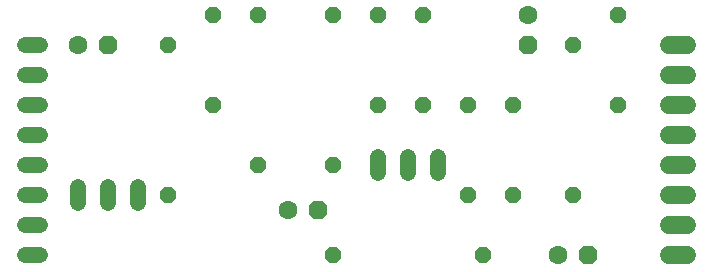
<source format=gbr>
G04 EAGLE Gerber X2 export*
G04 #@! %TF.Part,Single*
G04 #@! %TF.FileFunction,Copper,L1,Top,Mixed*
G04 #@! %TF.FilePolarity,Positive*
G04 #@! %TF.GenerationSoftware,Autodesk,EAGLE,9.0.0*
G04 #@! %TF.CreationDate,2019-08-08T19:18:26Z*
G75*
%MOMM*%
%FSLAX34Y34*%
%LPD*%
%AMOC8*
5,1,8,0,0,1.08239X$1,22.5*%
G01*
%ADD10P,1.539592X8X292.500000*%
%ADD11P,1.732040X8X22.500000*%
%ADD12C,1.600200*%
%ADD13P,1.429621X8X292.500000*%
%ADD14P,1.429621X8X112.500000*%
%ADD15P,1.429621X8X22.500000*%
%ADD16P,1.539592X8X112.500000*%
%ADD17P,1.732040X8X292.500000*%
%ADD18C,1.320800*%
%ADD19C,1.524000*%


D10*
X63500Y215900D03*
X63500Y139700D03*
D11*
X-25400Y190500D03*
D12*
X-50800Y190500D03*
D13*
X25400Y190500D03*
X25400Y63500D03*
D14*
X101600Y88900D03*
X101600Y215900D03*
D11*
X152400Y50800D03*
D12*
X127000Y50800D03*
D15*
X165100Y12700D03*
X292100Y12700D03*
D14*
X165100Y88900D03*
X165100Y215900D03*
D11*
X381000Y12700D03*
D12*
X355600Y12700D03*
D10*
X203200Y215900D03*
X203200Y139700D03*
X279400Y139700D03*
X279400Y63500D03*
D16*
X317500Y63500D03*
X317500Y139700D03*
D17*
X330200Y190500D03*
D12*
X330200Y215900D03*
D14*
X368300Y63500D03*
X368300Y190500D03*
D18*
X0Y70104D02*
X0Y56896D01*
X-50800Y56896D02*
X-50800Y70104D01*
X-25400Y70104D02*
X-25400Y56896D01*
X203200Y82296D02*
X203200Y95504D01*
X254000Y95504D02*
X254000Y82296D01*
X228600Y82296D02*
X228600Y95504D01*
X-82296Y190500D02*
X-95504Y190500D01*
X-95504Y165100D02*
X-82296Y165100D01*
X-82296Y139700D02*
X-95504Y139700D01*
X-95504Y114300D02*
X-82296Y114300D01*
X-82296Y88900D02*
X-95504Y88900D01*
X-95504Y63500D02*
X-82296Y63500D01*
X-82296Y38100D02*
X-95504Y38100D01*
X-95504Y12700D02*
X-82296Y12700D01*
D19*
X449580Y12700D02*
X464820Y12700D01*
X464820Y38100D02*
X449580Y38100D01*
X449580Y63500D02*
X464820Y63500D01*
X464820Y88900D02*
X449580Y88900D01*
X449580Y114300D02*
X464820Y114300D01*
X464820Y139700D02*
X449580Y139700D01*
X449580Y165100D02*
X464820Y165100D01*
X464820Y190500D02*
X449580Y190500D01*
D13*
X241300Y215900D03*
X241300Y139700D03*
X406400Y215900D03*
X406400Y139700D03*
M02*

</source>
